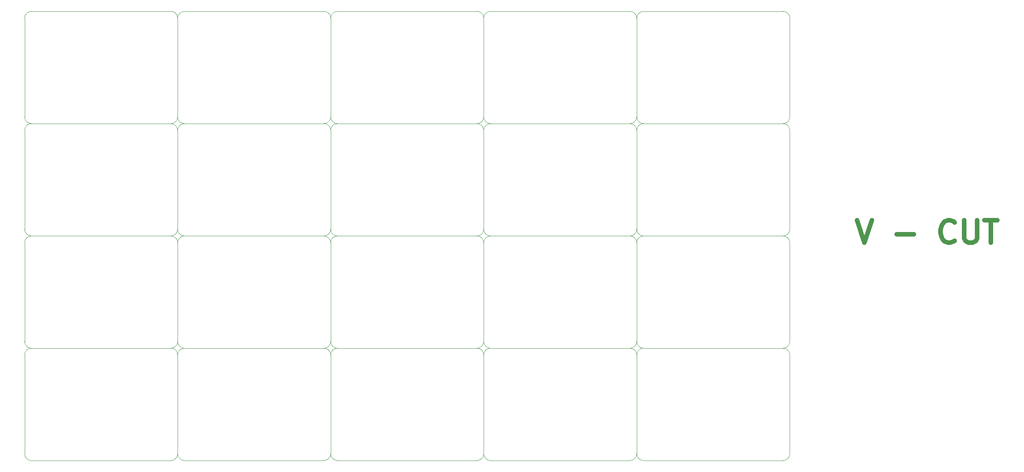
<source format=gbr>
%TF.GenerationSoftware,KiCad,Pcbnew,8.0.4*%
%TF.CreationDate,2024-11-04T15:17:52+09:00*%
%TF.ProjectId,L-CON RS485 V2.0,4c2d434f-4e20-4525-9334-38352056322e,rev?*%
%TF.SameCoordinates,Original*%
%TF.FileFunction,Profile,NP*%
%FSLAX46Y46*%
G04 Gerber Fmt 4.6, Leading zero omitted, Abs format (unit mm)*
G04 Created by KiCad (PCBNEW 8.0.4) date 2024-11-04 15:17:52*
%MOMM*%
%LPD*%
G01*
G04 APERTURE LIST*
%TA.AperFunction,Profile*%
%ADD10C,0.100000*%
%TD*%
%ADD11C,1.000000*%
G04 APERTURE END LIST*
D10*
X176850000Y-144250000D02*
X207850000Y-144250000D01*
X209350000Y-120750000D02*
X209350000Y-142750000D01*
X176850000Y-144250000D02*
G75*
G02*
X175350000Y-142750000I0J1500000D01*
G01*
X207850000Y-119250000D02*
G75*
G02*
X209350000Y-120750000I0J-1500000D01*
G01*
X176850000Y-119250000D02*
X207850000Y-119250000D01*
X209350000Y-142750000D02*
G75*
G02*
X207850000Y-144250000I-1500000J0D01*
G01*
X175350000Y-120750000D02*
G75*
G02*
X176850000Y-119250000I1500000J0D01*
G01*
X175350000Y-142750000D02*
X175350000Y-120750000D01*
X142850000Y-144250000D02*
X173850000Y-144250000D01*
X175350000Y-120750000D02*
X175350000Y-142750000D01*
X142850000Y-144250000D02*
G75*
G02*
X141350000Y-142750000I0J1500000D01*
G01*
X173850000Y-119250000D02*
G75*
G02*
X175350000Y-120750000I0J-1500000D01*
G01*
X142850000Y-119250000D02*
X173850000Y-119250000D01*
X175350000Y-142750000D02*
G75*
G02*
X173850000Y-144250000I-1500000J0D01*
G01*
X141350000Y-120750000D02*
G75*
G02*
X142850000Y-119250000I1500000J0D01*
G01*
X141350000Y-142750000D02*
X141350000Y-120750000D01*
X108850000Y-144250000D02*
X139850000Y-144250000D01*
X141350000Y-120750000D02*
X141350000Y-142750000D01*
X108850000Y-144250000D02*
G75*
G02*
X107350000Y-142750000I0J1500000D01*
G01*
X139850000Y-119250000D02*
G75*
G02*
X141350000Y-120750000I0J-1500000D01*
G01*
X108850000Y-119250000D02*
X139850000Y-119250000D01*
X141350000Y-142750000D02*
G75*
G02*
X139850000Y-144250000I-1500000J0D01*
G01*
X107350000Y-120750000D02*
G75*
G02*
X108850000Y-119250000I1500000J0D01*
G01*
X107350000Y-142750000D02*
X107350000Y-120750000D01*
X74850000Y-144250000D02*
X105850000Y-144250000D01*
X107350000Y-120750000D02*
X107350000Y-142750000D01*
X74850000Y-144250000D02*
G75*
G02*
X73350000Y-142750000I0J1500000D01*
G01*
X105850000Y-119250000D02*
G75*
G02*
X107350000Y-120750000I0J-1500000D01*
G01*
X74850000Y-119250000D02*
X105850000Y-119250000D01*
X107350000Y-142750000D02*
G75*
G02*
X105850000Y-144250000I-1500000J0D01*
G01*
X73350000Y-120750000D02*
G75*
G02*
X74850000Y-119250000I1500000J0D01*
G01*
X73350000Y-142750000D02*
X73350000Y-120750000D01*
X40850000Y-144250000D02*
X71850000Y-144250000D01*
X73350000Y-120750000D02*
X73350000Y-142750000D01*
X40850000Y-144250000D02*
G75*
G02*
X39350000Y-142750000I0J1500000D01*
G01*
X71850000Y-119250000D02*
G75*
G02*
X73350000Y-120750000I0J-1500000D01*
G01*
X40850000Y-119250000D02*
X71850000Y-119250000D01*
X73350000Y-142750000D02*
G75*
G02*
X71850000Y-144250000I-1500000J0D01*
G01*
X39350000Y-120750000D02*
G75*
G02*
X40850000Y-119250000I1500000J0D01*
G01*
X39350000Y-142750000D02*
X39350000Y-120750000D01*
X176850000Y-119250000D02*
X207850000Y-119250000D01*
X209350000Y-95750000D02*
X209350000Y-117750000D01*
X176850000Y-119250000D02*
G75*
G02*
X175350000Y-117750000I0J1500000D01*
G01*
X207850000Y-94250000D02*
G75*
G02*
X209350000Y-95750000I0J-1500000D01*
G01*
X176850000Y-94250000D02*
X207850000Y-94250000D01*
X209350000Y-117750000D02*
G75*
G02*
X207850000Y-119250000I-1500000J0D01*
G01*
X175350000Y-95750000D02*
G75*
G02*
X176850000Y-94250000I1500000J0D01*
G01*
X175350000Y-117750000D02*
X175350000Y-95750000D01*
X142850000Y-119250000D02*
X173850000Y-119250000D01*
X175350000Y-95750000D02*
X175350000Y-117750000D01*
X142850000Y-119250000D02*
G75*
G02*
X141350000Y-117750000I0J1500000D01*
G01*
X173850000Y-94250000D02*
G75*
G02*
X175350000Y-95750000I0J-1500000D01*
G01*
X142850000Y-94250000D02*
X173850000Y-94250000D01*
X175350000Y-117750000D02*
G75*
G02*
X173850000Y-119250000I-1500000J0D01*
G01*
X141350000Y-95750000D02*
G75*
G02*
X142850000Y-94250000I1500000J0D01*
G01*
X141350000Y-117750000D02*
X141350000Y-95750000D01*
X108850000Y-119250000D02*
X139850000Y-119250000D01*
X141350000Y-95750000D02*
X141350000Y-117750000D01*
X108850000Y-119250000D02*
G75*
G02*
X107350000Y-117750000I0J1500000D01*
G01*
X139850000Y-94250000D02*
G75*
G02*
X141350000Y-95750000I0J-1500000D01*
G01*
X108850000Y-94250000D02*
X139850000Y-94250000D01*
X141350000Y-117750000D02*
G75*
G02*
X139850000Y-119250000I-1500000J0D01*
G01*
X107350000Y-95750000D02*
G75*
G02*
X108850000Y-94250000I1500000J0D01*
G01*
X107350000Y-117750000D02*
X107350000Y-95750000D01*
X74850000Y-119250000D02*
X105850000Y-119250000D01*
X107350000Y-95750000D02*
X107350000Y-117750000D01*
X74850000Y-119250000D02*
G75*
G02*
X73350000Y-117750000I0J1500000D01*
G01*
X105850000Y-94250000D02*
G75*
G02*
X107350000Y-95750000I0J-1500000D01*
G01*
X74850000Y-94250000D02*
X105850000Y-94250000D01*
X107350000Y-117750000D02*
G75*
G02*
X105850000Y-119250000I-1500000J0D01*
G01*
X73350000Y-95750000D02*
G75*
G02*
X74850000Y-94250000I1500000J0D01*
G01*
X73350000Y-117750000D02*
X73350000Y-95750000D01*
X40850000Y-119250000D02*
X71850000Y-119250000D01*
X73350000Y-95750000D02*
X73350000Y-117750000D01*
X40850000Y-119250000D02*
G75*
G02*
X39350000Y-117750000I0J1500000D01*
G01*
X71850000Y-94250000D02*
G75*
G02*
X73350000Y-95750000I0J-1500000D01*
G01*
X40850000Y-94250000D02*
X71850000Y-94250000D01*
X73350000Y-117750000D02*
G75*
G02*
X71850000Y-119250000I-1500000J0D01*
G01*
X39350000Y-95750000D02*
G75*
G02*
X40850000Y-94250000I1500000J0D01*
G01*
X39350000Y-117750000D02*
X39350000Y-95750000D01*
X176850000Y-94250000D02*
X207850000Y-94250000D01*
X209350000Y-70750000D02*
X209350000Y-92750000D01*
X176850000Y-94250000D02*
G75*
G02*
X175350000Y-92750000I0J1500000D01*
G01*
X207850000Y-69250000D02*
G75*
G02*
X209350000Y-70750000I0J-1500000D01*
G01*
X176850000Y-69250000D02*
X207850000Y-69250000D01*
X209350000Y-92750000D02*
G75*
G02*
X207850000Y-94250000I-1500000J0D01*
G01*
X175350000Y-70750000D02*
G75*
G02*
X176850000Y-69250000I1500000J0D01*
G01*
X175350000Y-92750000D02*
X175350000Y-70750000D01*
X142850000Y-94250000D02*
X173850000Y-94250000D01*
X175350000Y-70750000D02*
X175350000Y-92750000D01*
X142850000Y-94250000D02*
G75*
G02*
X141350000Y-92750000I0J1500000D01*
G01*
X173850000Y-69250000D02*
G75*
G02*
X175350000Y-70750000I0J-1500000D01*
G01*
X142850000Y-69250000D02*
X173850000Y-69250000D01*
X175350000Y-92750000D02*
G75*
G02*
X173850000Y-94250000I-1500000J0D01*
G01*
X141350000Y-70750000D02*
G75*
G02*
X142850000Y-69250000I1500000J0D01*
G01*
X141350000Y-92750000D02*
X141350000Y-70750000D01*
X108850000Y-94250000D02*
X139850000Y-94250000D01*
X141350000Y-70750000D02*
X141350000Y-92750000D01*
X108850000Y-94250000D02*
G75*
G02*
X107350000Y-92750000I0J1500000D01*
G01*
X139850000Y-69250000D02*
G75*
G02*
X141350000Y-70750000I0J-1500000D01*
G01*
X108850000Y-69250000D02*
X139850000Y-69250000D01*
X141350000Y-92750000D02*
G75*
G02*
X139850000Y-94250000I-1500000J0D01*
G01*
X107350000Y-70750000D02*
G75*
G02*
X108850000Y-69250000I1500000J0D01*
G01*
X107350000Y-92750000D02*
X107350000Y-70750000D01*
X74850000Y-94250000D02*
X105850000Y-94250000D01*
X107350000Y-70750000D02*
X107350000Y-92750000D01*
X74850000Y-94250000D02*
G75*
G02*
X73350000Y-92750000I0J1500000D01*
G01*
X105850000Y-69250000D02*
G75*
G02*
X107350000Y-70750000I0J-1500000D01*
G01*
X74850000Y-69250000D02*
X105850000Y-69250000D01*
X107350000Y-92750000D02*
G75*
G02*
X105850000Y-94250000I-1500000J0D01*
G01*
X73350000Y-70750000D02*
G75*
G02*
X74850000Y-69250000I1500000J0D01*
G01*
X73350000Y-92750000D02*
X73350000Y-70750000D01*
X40850000Y-94250000D02*
X71850000Y-94250000D01*
X73350000Y-70750000D02*
X73350000Y-92750000D01*
X40850000Y-94250000D02*
G75*
G02*
X39350000Y-92750000I0J1500000D01*
G01*
X71850000Y-69250000D02*
G75*
G02*
X73350000Y-70750000I0J-1500000D01*
G01*
X40850000Y-69250000D02*
X71850000Y-69250000D01*
X73350000Y-92750000D02*
G75*
G02*
X71850000Y-94250000I-1500000J0D01*
G01*
X39350000Y-70750000D02*
G75*
G02*
X40850000Y-69250000I1500000J0D01*
G01*
X39350000Y-92750000D02*
X39350000Y-70750000D01*
X176850000Y-69250000D02*
X207850000Y-69250000D01*
X209350000Y-45750000D02*
X209350000Y-67750000D01*
X176850000Y-69250000D02*
G75*
G02*
X175350000Y-67750000I0J1500000D01*
G01*
X207850000Y-44250000D02*
G75*
G02*
X209350000Y-45750000I0J-1500000D01*
G01*
X176850000Y-44250000D02*
X207850000Y-44250000D01*
X209350000Y-67750000D02*
G75*
G02*
X207850000Y-69250000I-1500000J0D01*
G01*
X175350000Y-45750000D02*
G75*
G02*
X176850000Y-44250000I1500000J0D01*
G01*
X175350000Y-67750000D02*
X175350000Y-45750000D01*
X142850000Y-69250000D02*
X173850000Y-69250000D01*
X175350000Y-45750000D02*
X175350000Y-67750000D01*
X142850000Y-69250000D02*
G75*
G02*
X141350000Y-67750000I0J1500000D01*
G01*
X173850000Y-44250000D02*
G75*
G02*
X175350000Y-45750000I0J-1500000D01*
G01*
X142850000Y-44250000D02*
X173850000Y-44250000D01*
X175350000Y-67750000D02*
G75*
G02*
X173850000Y-69250000I-1500000J0D01*
G01*
X141350000Y-45750000D02*
G75*
G02*
X142850000Y-44250000I1500000J0D01*
G01*
X141350000Y-67750000D02*
X141350000Y-45750000D01*
X108850000Y-69250000D02*
X139850000Y-69250000D01*
X141350000Y-45750000D02*
X141350000Y-67750000D01*
X108850000Y-69250000D02*
G75*
G02*
X107350000Y-67750000I0J1500000D01*
G01*
X139850000Y-44250000D02*
G75*
G02*
X141350000Y-45750000I0J-1500000D01*
G01*
X108850000Y-44250000D02*
X139850000Y-44250000D01*
X141350000Y-67750000D02*
G75*
G02*
X139850000Y-69250000I-1500000J0D01*
G01*
X107350000Y-45750000D02*
G75*
G02*
X108850000Y-44250000I1500000J0D01*
G01*
X107350000Y-67750000D02*
X107350000Y-45750000D01*
X74850000Y-69250000D02*
X105850000Y-69250000D01*
X107350000Y-45750000D02*
X107350000Y-67750000D01*
X74850000Y-69250000D02*
G75*
G02*
X73350000Y-67750000I0J1500000D01*
G01*
X105850000Y-44250000D02*
G75*
G02*
X107350000Y-45750000I0J-1500000D01*
G01*
X74850000Y-44250000D02*
X105850000Y-44250000D01*
X107350000Y-67750000D02*
G75*
G02*
X105850000Y-69250000I-1500000J0D01*
G01*
X73350000Y-45750000D02*
G75*
G02*
X74850000Y-44250000I1500000J0D01*
G01*
X73350000Y-67750000D02*
X73350000Y-45750000D01*
X39350000Y-45750000D02*
G75*
G02*
X40850000Y-44250000I1500000J0D01*
G01*
X39350000Y-67750000D02*
X39350000Y-45750000D01*
X40850000Y-44250000D02*
X71850000Y-44250000D01*
X73350000Y-67750000D02*
G75*
G02*
X71850000Y-69250000I-1500000J0D01*
G01*
X71850000Y-44250000D02*
G75*
G02*
X73350000Y-45750000I0J-1500000D01*
G01*
X73350000Y-45750000D02*
X73350000Y-67750000D01*
X40850000Y-69250000D02*
G75*
G02*
X39350000Y-67750000I0J1500000D01*
G01*
X40850000Y-69250000D02*
X71850000Y-69250000D01*
D11*
X224274084Y-90766095D02*
X225940751Y-95766095D01*
X225940751Y-95766095D02*
X227607417Y-90766095D01*
X233083608Y-93861333D02*
X236893132Y-93861333D01*
X245940751Y-95289904D02*
X245702655Y-95528000D01*
X245702655Y-95528000D02*
X244988370Y-95766095D01*
X244988370Y-95766095D02*
X244512179Y-95766095D01*
X244512179Y-95766095D02*
X243797893Y-95528000D01*
X243797893Y-95528000D02*
X243321703Y-95051809D01*
X243321703Y-95051809D02*
X243083608Y-94575619D01*
X243083608Y-94575619D02*
X242845512Y-93623238D01*
X242845512Y-93623238D02*
X242845512Y-92908952D01*
X242845512Y-92908952D02*
X243083608Y-91956571D01*
X243083608Y-91956571D02*
X243321703Y-91480380D01*
X243321703Y-91480380D02*
X243797893Y-91004190D01*
X243797893Y-91004190D02*
X244512179Y-90766095D01*
X244512179Y-90766095D02*
X244988370Y-90766095D01*
X244988370Y-90766095D02*
X245702655Y-91004190D01*
X245702655Y-91004190D02*
X245940751Y-91242285D01*
X248083608Y-90766095D02*
X248083608Y-94813714D01*
X248083608Y-94813714D02*
X248321703Y-95289904D01*
X248321703Y-95289904D02*
X248559798Y-95528000D01*
X248559798Y-95528000D02*
X249035989Y-95766095D01*
X249035989Y-95766095D02*
X249988370Y-95766095D01*
X249988370Y-95766095D02*
X250464560Y-95528000D01*
X250464560Y-95528000D02*
X250702655Y-95289904D01*
X250702655Y-95289904D02*
X250940751Y-94813714D01*
X250940751Y-94813714D02*
X250940751Y-90766095D01*
X252607417Y-90766095D02*
X255464560Y-90766095D01*
X254035988Y-95766095D02*
X254035988Y-90766095D01*
M02*

</source>
